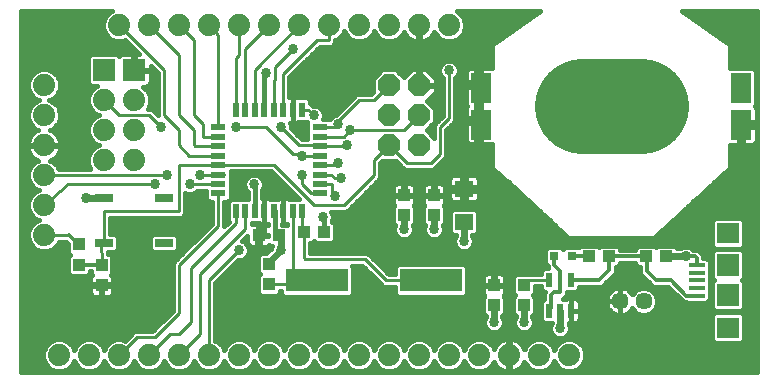
<source format=gtl>
G75*
%MOIN*%
%OFA0B0*%
%FSLAX24Y24*%
%IPPOS*%
%LPD*%
%AMOC8*
5,1,8,0,0,1.08239X$1,22.5*
%
%ADD10R,0.0220X0.0500*%
%ADD11R,0.0500X0.0220*%
%ADD12R,0.0700X0.1000*%
%ADD13C,0.3150*%
%ADD14R,0.0630X0.0551*%
%ADD15R,0.0394X0.0433*%
%ADD16R,0.0433X0.0394*%
%ADD17R,0.0600X0.0300*%
%ADD18C,0.0740*%
%ADD19R,0.2100X0.0760*%
%ADD20OC8,0.0740*%
%ADD21R,0.0740X0.0740*%
%ADD22R,0.0217X0.0472*%
%ADD23R,0.0315X0.0315*%
%ADD24R,0.0551X0.0138*%
%ADD25R,0.0748X0.0709*%
%ADD26R,0.0748X0.0748*%
%ADD27C,0.0570*%
%ADD28C,0.0160*%
%ADD29C,0.0337*%
%ADD30C,0.0240*%
%ADD31C,0.0100*%
%ADD32C,0.0416*%
%ADD33C,0.0320*%
%ADD34C,0.0120*%
D10*
X007498Y005710D03*
X007813Y005710D03*
X008128Y005710D03*
X008443Y005710D03*
X008757Y005710D03*
X009072Y005710D03*
X009387Y005710D03*
X009702Y005710D03*
X009702Y009090D03*
X009387Y009090D03*
X009072Y009090D03*
X008757Y009090D03*
X008443Y009090D03*
X008128Y009090D03*
X007813Y009090D03*
X007498Y009090D03*
D11*
X006910Y008502D03*
X006910Y008187D03*
X006910Y007872D03*
X006910Y007557D03*
X006910Y007243D03*
X006910Y006928D03*
X006910Y006613D03*
X006910Y006298D03*
X010290Y006298D03*
X010290Y006613D03*
X010290Y006928D03*
X010290Y007243D03*
X010290Y007557D03*
X010290Y007872D03*
X010290Y008187D03*
X010290Y008502D03*
D12*
X015669Y008590D03*
X015669Y009810D03*
X024331Y009810D03*
X024331Y008590D03*
D13*
X020984Y009200D02*
X019016Y009200D01*
D14*
X015100Y006451D03*
X015100Y005349D03*
D15*
X014100Y005565D03*
X013100Y005565D03*
X013100Y006235D03*
X014100Y006235D03*
X008600Y003935D03*
X008600Y003265D03*
X003020Y003245D03*
X003020Y003915D03*
X002260Y003925D03*
X002260Y004595D03*
X016100Y003235D03*
X017100Y003235D03*
X017100Y002565D03*
X016100Y002565D03*
D16*
X019265Y004200D03*
X019935Y004200D03*
X021165Y004200D03*
X021835Y004200D03*
X010435Y005000D03*
X009765Y005000D03*
X008935Y004900D03*
X008265Y004900D03*
D17*
X005100Y004650D03*
X003100Y004650D03*
X003100Y006150D03*
X005100Y006150D03*
D18*
X004100Y007400D03*
X003100Y007400D03*
X003100Y008400D03*
X004100Y008400D03*
X004100Y009400D03*
X003100Y009400D03*
X001100Y008900D03*
X001100Y009900D03*
X001100Y007900D03*
X001100Y006900D03*
X001100Y005900D03*
X001100Y004900D03*
X001600Y000900D03*
X002600Y000900D03*
X003600Y000900D03*
X004600Y000900D03*
X005600Y000900D03*
X006600Y000900D03*
X007600Y000900D03*
X008600Y000900D03*
X009600Y000900D03*
X010600Y000900D03*
X011600Y000900D03*
X012600Y000900D03*
X013600Y000900D03*
X014600Y000900D03*
X015600Y000900D03*
X016600Y000900D03*
X017600Y000900D03*
X018600Y000900D03*
X014600Y011900D03*
X013600Y011900D03*
X012600Y011900D03*
X011600Y011900D03*
X010600Y011900D03*
X009600Y011900D03*
X008600Y011900D03*
X007600Y011900D03*
X006600Y011900D03*
X005600Y011900D03*
X004600Y011900D03*
X003600Y011900D03*
D19*
X010200Y003400D03*
X014000Y003400D03*
D20*
X013600Y007900D03*
X012600Y007900D03*
X012600Y008900D03*
X013600Y008900D03*
X013600Y009900D03*
X012600Y009900D03*
D21*
X004100Y010400D03*
X003100Y010400D03*
D22*
X017926Y003412D03*
X018674Y003412D03*
X018674Y002388D03*
X018300Y002388D03*
X017926Y002388D03*
D23*
X018105Y004200D03*
X018695Y004200D03*
D24*
X022857Y003912D03*
X022857Y003656D03*
X022857Y003400D03*
X022857Y003144D03*
X022857Y002888D03*
D25*
X023900Y001825D03*
X023900Y004975D03*
D26*
X023900Y003900D03*
X023900Y002900D03*
D27*
X021094Y002700D03*
X020306Y002700D03*
D28*
X000330Y000330D02*
X000330Y012370D01*
X003350Y012370D01*
X003300Y012349D01*
X003151Y012200D01*
X003070Y012005D01*
X003070Y011795D01*
X003151Y011600D01*
X003300Y011451D01*
X003495Y011370D01*
X003705Y011370D01*
X003796Y011407D01*
X004253Y010950D01*
X004120Y010950D01*
X004120Y010420D01*
X004650Y010420D01*
X004650Y010553D01*
X004890Y010313D01*
X004890Y008907D01*
X004687Y009110D01*
X004554Y009110D01*
X004630Y009295D01*
X004630Y009505D01*
X004549Y009700D01*
X004400Y009849D01*
X004399Y009850D01*
X004494Y009850D01*
X004539Y009862D01*
X004581Y009886D01*
X004614Y009919D01*
X004638Y009961D01*
X004650Y010006D01*
X004650Y010380D01*
X004120Y010380D01*
X004120Y010420D01*
X004080Y010420D01*
X004080Y010950D01*
X003706Y010950D01*
X003661Y010938D01*
X003619Y010914D01*
X003586Y010881D01*
X003586Y010880D01*
X003536Y010930D01*
X002664Y010930D01*
X002570Y010836D01*
X002570Y009964D01*
X002664Y009870D01*
X002850Y009870D01*
X002800Y009849D01*
X002651Y009700D01*
X002570Y009505D01*
X002570Y009295D01*
X002651Y009100D01*
X002800Y008951D01*
X002922Y008900D01*
X002800Y008849D01*
X002651Y008700D01*
X002570Y008505D01*
X002570Y008295D01*
X002651Y008100D01*
X002800Y007951D01*
X002922Y007900D01*
X002800Y007849D01*
X002651Y007700D01*
X002570Y007505D01*
X002570Y007295D01*
X002646Y007110D01*
X001587Y007110D01*
X001549Y007200D01*
X001400Y007349D01*
X001306Y007389D01*
X001311Y007390D01*
X001388Y007430D01*
X001458Y007480D01*
X001520Y007542D01*
X001570Y007612D01*
X001610Y007689D01*
X001636Y007771D01*
X001650Y007857D01*
X001650Y007880D01*
X001120Y007880D01*
X001120Y007920D01*
X001650Y007920D01*
X001650Y007943D01*
X001636Y008029D01*
X001610Y008111D01*
X001570Y008188D01*
X001520Y008258D01*
X001458Y008320D01*
X001388Y008370D01*
X001311Y008410D01*
X001306Y008411D01*
X001400Y008451D01*
X001549Y008600D01*
X001630Y008795D01*
X001630Y009005D01*
X001549Y009200D01*
X001400Y009349D01*
X001278Y009400D01*
X001400Y009451D01*
X001549Y009600D01*
X001630Y009795D01*
X001630Y010005D01*
X001549Y010200D01*
X001400Y010349D01*
X001205Y010430D01*
X000995Y010430D01*
X000800Y010349D01*
X000651Y010200D01*
X000570Y010005D01*
X000570Y009795D01*
X000651Y009600D01*
X000800Y009451D01*
X000922Y009400D01*
X000800Y009349D01*
X000651Y009200D01*
X000570Y009005D01*
X000570Y008795D01*
X000651Y008600D01*
X000800Y008451D01*
X000894Y008411D01*
X000889Y008410D01*
X000812Y008370D01*
X000742Y008320D01*
X000680Y008258D01*
X000630Y008188D01*
X000590Y008111D01*
X000564Y008029D01*
X000550Y007943D01*
X000550Y007920D01*
X001080Y007920D01*
X001080Y007880D01*
X000550Y007880D01*
X000550Y007857D01*
X000564Y007771D01*
X000590Y007689D01*
X000630Y007612D01*
X000680Y007542D01*
X000742Y007480D01*
X000812Y007430D01*
X000889Y007390D01*
X000894Y007389D01*
X000800Y007349D01*
X000651Y007200D01*
X000570Y007005D01*
X000570Y006795D01*
X000651Y006600D01*
X000800Y006451D01*
X000922Y006400D01*
X000800Y006349D01*
X000651Y006200D01*
X000570Y006005D01*
X000570Y005795D01*
X000651Y005600D01*
X000800Y005451D01*
X000922Y005400D01*
X000800Y005349D01*
X000651Y005200D01*
X000570Y005005D01*
X000570Y004795D01*
X000651Y004600D01*
X000800Y004451D01*
X000995Y004370D01*
X001205Y004370D01*
X001400Y004451D01*
X001549Y004600D01*
X001587Y004690D01*
X001834Y004690D01*
X001903Y004620D01*
X001903Y004312D01*
X001955Y004260D01*
X001903Y004208D01*
X001903Y003643D01*
X001997Y003549D01*
X002523Y003549D01*
X002617Y003643D01*
X002617Y003705D01*
X002663Y003705D01*
X002663Y003632D01*
X002701Y003594D01*
X002679Y003572D01*
X002655Y003531D01*
X002643Y003486D01*
X002643Y003264D01*
X003002Y003264D01*
X003002Y003227D01*
X003038Y003227D01*
X003038Y002849D01*
X003241Y002849D01*
X003286Y002861D01*
X003327Y002885D01*
X003361Y002918D01*
X003385Y002959D01*
X003397Y003005D01*
X003397Y003227D01*
X003038Y003227D01*
X003038Y003264D01*
X003397Y003264D01*
X003397Y003486D01*
X003385Y003531D01*
X003361Y003572D01*
X003339Y003594D01*
X003377Y003632D01*
X003377Y004197D01*
X003283Y004291D01*
X003228Y004291D01*
X003228Y004340D01*
X003466Y004340D01*
X003560Y004434D01*
X003560Y004866D01*
X003466Y004960D01*
X003310Y004960D01*
X003310Y005490D01*
X005687Y005490D01*
X005810Y005613D01*
X005810Y006303D01*
X005885Y006272D01*
X006015Y006272D01*
X006136Y006322D01*
X006204Y006390D01*
X006500Y006390D01*
X006500Y006121D01*
X006594Y006028D01*
X006690Y006028D01*
X006690Y005287D01*
X005513Y004110D01*
X005390Y003987D01*
X005390Y002387D01*
X004713Y001710D01*
X004113Y001710D01*
X003796Y001393D01*
X003705Y001430D01*
X003495Y001430D01*
X003300Y001349D01*
X003151Y001200D01*
X003100Y001078D01*
X003049Y001200D01*
X002900Y001349D01*
X002705Y001430D01*
X002495Y001430D01*
X002300Y001349D01*
X002151Y001200D01*
X002100Y001078D01*
X002049Y001200D01*
X001900Y001349D01*
X001705Y001430D01*
X001495Y001430D01*
X001300Y001349D01*
X001151Y001200D01*
X001070Y001005D01*
X001070Y000795D01*
X001151Y000600D01*
X001300Y000451D01*
X001495Y000370D01*
X001705Y000370D01*
X001900Y000451D01*
X002049Y000600D01*
X002100Y000722D01*
X002151Y000600D01*
X002300Y000451D01*
X002495Y000370D01*
X002705Y000370D01*
X002900Y000451D01*
X003049Y000600D01*
X003100Y000722D01*
X003151Y000600D01*
X003300Y000451D01*
X003495Y000370D01*
X003705Y000370D01*
X003900Y000451D01*
X004049Y000600D01*
X004100Y000722D01*
X004151Y000600D01*
X004300Y000451D01*
X004495Y000370D01*
X004705Y000370D01*
X004900Y000451D01*
X005049Y000600D01*
X005100Y000722D01*
X005151Y000600D01*
X005300Y000451D01*
X005495Y000370D01*
X005705Y000370D01*
X005900Y000451D01*
X006049Y000600D01*
X006100Y000722D01*
X006151Y000600D01*
X006300Y000451D01*
X006495Y000370D01*
X006705Y000370D01*
X006900Y000451D01*
X007049Y000600D01*
X007100Y000722D01*
X007151Y000600D01*
X007300Y000451D01*
X007495Y000370D01*
X007705Y000370D01*
X007900Y000451D01*
X008049Y000600D01*
X008100Y000722D01*
X008151Y000600D01*
X008300Y000451D01*
X008495Y000370D01*
X008705Y000370D01*
X008900Y000451D01*
X009049Y000600D01*
X009100Y000722D01*
X009151Y000600D01*
X009300Y000451D01*
X009495Y000370D01*
X009705Y000370D01*
X009900Y000451D01*
X010049Y000600D01*
X010100Y000722D01*
X010151Y000600D01*
X010300Y000451D01*
X010495Y000370D01*
X010705Y000370D01*
X010900Y000451D01*
X011049Y000600D01*
X011100Y000722D01*
X011151Y000600D01*
X011300Y000451D01*
X011495Y000370D01*
X011705Y000370D01*
X011900Y000451D01*
X012049Y000600D01*
X012100Y000722D01*
X012151Y000600D01*
X012300Y000451D01*
X012495Y000370D01*
X012705Y000370D01*
X012900Y000451D01*
X013049Y000600D01*
X013100Y000722D01*
X013151Y000600D01*
X013300Y000451D01*
X013495Y000370D01*
X013705Y000370D01*
X013900Y000451D01*
X014049Y000600D01*
X014100Y000722D01*
X014151Y000600D01*
X014300Y000451D01*
X014495Y000370D01*
X014705Y000370D01*
X014900Y000451D01*
X015049Y000600D01*
X015100Y000722D01*
X015151Y000600D01*
X015300Y000451D01*
X015495Y000370D01*
X015705Y000370D01*
X015900Y000451D01*
X016049Y000600D01*
X016089Y000694D01*
X016090Y000689D01*
X016130Y000612D01*
X016180Y000542D01*
X016242Y000480D01*
X016312Y000430D01*
X016389Y000390D01*
X016471Y000364D01*
X016557Y000350D01*
X016580Y000350D01*
X016580Y000880D01*
X016620Y000880D01*
X016620Y000350D01*
X016643Y000350D01*
X016729Y000364D01*
X016811Y000390D01*
X016888Y000430D01*
X016958Y000480D01*
X017020Y000542D01*
X017070Y000612D01*
X017110Y000689D01*
X017111Y000694D01*
X017151Y000600D01*
X017300Y000451D01*
X017495Y000370D01*
X017705Y000370D01*
X017900Y000451D01*
X018049Y000600D01*
X018100Y000722D01*
X018151Y000600D01*
X018300Y000451D01*
X018495Y000370D01*
X018705Y000370D01*
X018900Y000451D01*
X019049Y000600D01*
X019130Y000795D01*
X019130Y001005D01*
X019049Y001200D01*
X018900Y001349D01*
X018705Y001430D01*
X018495Y001430D01*
X018300Y001349D01*
X018151Y001200D01*
X018100Y001078D01*
X018049Y001200D01*
X017900Y001349D01*
X017705Y001430D01*
X017495Y001430D01*
X017300Y001349D01*
X017151Y001200D01*
X017111Y001106D01*
X017110Y001111D01*
X017070Y001188D01*
X017020Y001258D01*
X016958Y001320D01*
X016888Y001370D01*
X016811Y001410D01*
X016729Y001436D01*
X016643Y001450D01*
X016620Y001450D01*
X016620Y000920D01*
X016580Y000920D01*
X016580Y001450D01*
X016557Y001450D01*
X016471Y001436D01*
X016389Y001410D01*
X016312Y001370D01*
X016242Y001320D01*
X016180Y001258D01*
X016130Y001188D01*
X016090Y001111D01*
X016089Y001106D01*
X016049Y001200D01*
X015900Y001349D01*
X015705Y001430D01*
X015495Y001430D01*
X015300Y001349D01*
X015151Y001200D01*
X015100Y001078D01*
X015049Y001200D01*
X014900Y001349D01*
X014705Y001430D01*
X014495Y001430D01*
X014300Y001349D01*
X014151Y001200D01*
X014100Y001078D01*
X014049Y001200D01*
X013900Y001349D01*
X013705Y001430D01*
X013495Y001430D01*
X013300Y001349D01*
X013151Y001200D01*
X013100Y001078D01*
X013049Y001200D01*
X012900Y001349D01*
X012705Y001430D01*
X012495Y001430D01*
X012300Y001349D01*
X012151Y001200D01*
X012100Y001078D01*
X012049Y001200D01*
X011900Y001349D01*
X011705Y001430D01*
X011495Y001430D01*
X011300Y001349D01*
X011151Y001200D01*
X011100Y001078D01*
X011049Y001200D01*
X010900Y001349D01*
X010705Y001430D01*
X010495Y001430D01*
X010300Y001349D01*
X010151Y001200D01*
X010100Y001078D01*
X010049Y001200D01*
X009900Y001349D01*
X009705Y001430D01*
X009495Y001430D01*
X009300Y001349D01*
X009151Y001200D01*
X009100Y001078D01*
X009049Y001200D01*
X008900Y001349D01*
X008705Y001430D01*
X008495Y001430D01*
X008300Y001349D01*
X008151Y001200D01*
X008100Y001078D01*
X008049Y001200D01*
X007900Y001349D01*
X007705Y001430D01*
X007495Y001430D01*
X007300Y001349D01*
X007151Y001200D01*
X007100Y001078D01*
X007049Y001200D01*
X006900Y001349D01*
X006810Y001387D01*
X006810Y003313D01*
X007569Y004072D01*
X007665Y004072D01*
X007786Y004122D01*
X007878Y004214D01*
X007928Y004335D01*
X007928Y004465D01*
X007878Y004586D01*
X007786Y004678D01*
X007708Y004711D01*
X007869Y004872D01*
X007869Y004679D01*
X007881Y004634D01*
X007905Y004593D01*
X007938Y004559D01*
X007979Y004535D01*
X008025Y004523D01*
X008247Y004523D01*
X008247Y004882D01*
X008284Y004882D01*
X008558Y004882D01*
X008558Y004918D01*
X008284Y004918D01*
X008284Y004882D01*
X008284Y004523D01*
X008506Y004523D01*
X008551Y004535D01*
X008592Y004559D01*
X008614Y004581D01*
X008652Y004543D01*
X008704Y004543D01*
X008673Y004469D01*
X008515Y004311D01*
X008337Y004311D01*
X008243Y004217D01*
X008243Y003652D01*
X007149Y003652D01*
X006991Y003494D02*
X008243Y003494D01*
X008243Y003548D02*
X008243Y002983D01*
X008337Y002889D01*
X008863Y002889D01*
X008957Y002983D01*
X008957Y003055D01*
X008990Y003055D01*
X008990Y002954D01*
X009084Y002860D01*
X011316Y002860D01*
X011410Y002954D01*
X011410Y003846D01*
X011366Y003890D01*
X011713Y003890D01*
X012290Y003313D01*
X012413Y003190D01*
X012790Y003190D01*
X012790Y002954D01*
X012884Y002860D01*
X015116Y002860D01*
X015210Y002954D01*
X015210Y003846D01*
X015116Y003940D01*
X012884Y003940D01*
X012790Y003846D01*
X012790Y003610D01*
X012587Y003610D01*
X011887Y004310D01*
X009975Y004310D01*
X009975Y004643D01*
X010048Y004643D01*
X010100Y004695D01*
X010152Y004643D01*
X010717Y004643D01*
X010811Y004737D01*
X010811Y005263D01*
X010717Y005357D01*
X010696Y005357D01*
X010728Y005435D01*
X010728Y005565D01*
X010678Y005686D01*
X010674Y005690D01*
X011187Y005690D01*
X012187Y006690D01*
X012310Y006813D01*
X012310Y007313D01*
X012374Y007377D01*
X012380Y007370D01*
X012820Y007370D01*
X012826Y007377D01*
X013113Y007090D01*
X014087Y007090D01*
X014210Y007213D01*
X014510Y007513D01*
X014510Y008413D01*
X014687Y008590D01*
X014810Y008713D01*
X014810Y010146D01*
X014878Y010214D01*
X014928Y010335D01*
X014928Y010465D01*
X014878Y010586D01*
X014786Y010678D01*
X014665Y010728D01*
X014535Y010728D01*
X014414Y010678D01*
X014322Y010586D01*
X014272Y010465D01*
X014272Y010335D01*
X014322Y010214D01*
X014390Y010146D01*
X014390Y008887D01*
X014213Y008710D01*
X014090Y008587D01*
X014090Y008160D01*
X013850Y008400D01*
X014130Y008680D01*
X014130Y009120D01*
X013864Y009386D01*
X014150Y009672D01*
X014150Y009880D01*
X013620Y009880D01*
X013620Y009920D01*
X013580Y009920D01*
X013580Y010450D01*
X013372Y010450D01*
X013086Y010164D01*
X012820Y010430D01*
X012380Y010430D01*
X012070Y010120D01*
X012070Y009680D01*
X012077Y009674D01*
X012013Y009610D01*
X011513Y009610D01*
X011390Y009487D01*
X011390Y009487D01*
X010829Y008926D01*
X010714Y008878D01*
X010622Y008786D01*
X010613Y008766D01*
X010606Y008772D01*
X010403Y008772D01*
X010428Y008835D01*
X010428Y008965D01*
X010378Y009086D01*
X010286Y009178D01*
X010165Y009228D01*
X010069Y009228D01*
X009997Y009300D01*
X009972Y009300D01*
X009972Y009406D01*
X009879Y009500D01*
X009580Y009500D01*
X009567Y009508D01*
X009521Y009520D01*
X009387Y009520D01*
X009282Y009520D01*
X009282Y010185D01*
X010287Y011190D01*
X010687Y011190D01*
X010810Y011313D01*
X010810Y011413D01*
X010900Y011451D01*
X011049Y011600D01*
X011100Y011722D01*
X011151Y011600D01*
X011300Y011451D01*
X011495Y011370D01*
X011705Y011370D01*
X011900Y011451D01*
X012049Y011600D01*
X012100Y011722D01*
X012151Y011600D01*
X012300Y011451D01*
X012495Y011370D01*
X012705Y011370D01*
X012900Y011451D01*
X013049Y011600D01*
X013089Y011694D01*
X013090Y011689D01*
X013130Y011612D01*
X013180Y011542D01*
X013242Y011480D01*
X013312Y011430D01*
X013389Y011390D01*
X013471Y011364D01*
X013557Y011350D01*
X013580Y011350D01*
X013580Y011880D01*
X013620Y011880D01*
X013620Y011350D01*
X013643Y011350D01*
X013729Y011364D01*
X013811Y011390D01*
X013888Y011430D01*
X013958Y011480D01*
X014020Y011542D01*
X014070Y011612D01*
X014110Y011689D01*
X014111Y011694D01*
X014151Y011600D01*
X014300Y011451D01*
X014495Y011370D01*
X014705Y011370D01*
X014900Y011451D01*
X015049Y011600D01*
X015130Y011795D01*
X015130Y012005D01*
X015049Y012200D01*
X014900Y012349D01*
X014850Y012370D01*
X017619Y012370D01*
X016075Y011280D01*
X016067Y011280D01*
X016048Y011261D01*
X016027Y011246D01*
X016025Y011239D01*
X016020Y011233D01*
X016020Y011207D01*
X016016Y011181D01*
X016020Y011175D01*
X016020Y010470D01*
X015253Y010470D01*
X015159Y010377D01*
X015159Y009244D01*
X015203Y009200D01*
X015159Y009156D01*
X015159Y008023D01*
X015253Y007930D01*
X016020Y007930D01*
X016020Y007230D01*
X016018Y007228D01*
X016020Y007198D01*
X016020Y007167D01*
X016022Y007165D01*
X016022Y007162D01*
X016045Y007142D01*
X016067Y007120D01*
X016070Y007120D01*
X016946Y006341D01*
X018544Y004843D01*
X018567Y004820D01*
X018568Y004820D01*
X018569Y004819D01*
X018601Y004820D01*
X021398Y004820D01*
X021430Y004819D01*
X021431Y004820D01*
X021433Y004820D01*
X021455Y004842D01*
X023931Y007120D01*
X023933Y007120D01*
X023955Y007142D01*
X023979Y007164D01*
X023979Y007165D01*
X023980Y007167D01*
X023980Y007198D01*
X023981Y007230D01*
X023980Y007231D01*
X023980Y007910D01*
X024251Y007910D01*
X024251Y008510D01*
X024411Y008510D01*
X024411Y008670D01*
X024861Y008670D01*
X024861Y009113D01*
X024848Y009159D01*
X024825Y009200D01*
X024811Y009214D01*
X024841Y009244D01*
X024841Y010377D01*
X024747Y010470D01*
X023980Y010470D01*
X023980Y011175D01*
X023984Y011181D01*
X023980Y011207D01*
X023980Y011233D01*
X023975Y011239D01*
X023973Y011246D01*
X023952Y011261D01*
X023933Y011280D01*
X023925Y011280D01*
X022381Y012370D01*
X024870Y012370D01*
X024870Y000330D01*
X000330Y000330D01*
X000330Y000482D02*
X001268Y000482D01*
X001134Y000641D02*
X000330Y000641D01*
X000330Y000799D02*
X001070Y000799D01*
X001070Y000958D02*
X000330Y000958D01*
X000330Y001116D02*
X001116Y001116D01*
X001225Y001275D02*
X000330Y001275D01*
X000330Y001433D02*
X003836Y001433D01*
X003995Y001592D02*
X000330Y001592D01*
X000330Y001750D02*
X004753Y001750D01*
X004912Y001909D02*
X000330Y001909D01*
X000330Y002067D02*
X005070Y002067D01*
X005229Y002226D02*
X000330Y002226D01*
X000330Y002384D02*
X005387Y002384D01*
X005390Y002543D02*
X000330Y002543D01*
X000330Y002701D02*
X005390Y002701D01*
X005390Y002860D02*
X003281Y002860D01*
X003397Y003018D02*
X005390Y003018D01*
X005390Y003177D02*
X003397Y003177D01*
X003038Y003177D02*
X003002Y003177D01*
X003002Y003227D02*
X003002Y002849D01*
X002799Y002849D01*
X002754Y002861D01*
X002713Y002885D01*
X002679Y002918D01*
X002655Y002959D01*
X002643Y003005D01*
X002643Y003227D01*
X003002Y003227D01*
X002643Y003177D02*
X000330Y003177D01*
X000330Y003018D02*
X002643Y003018D01*
X002759Y002860D02*
X000330Y002860D01*
X000330Y003335D02*
X002643Y003335D01*
X002645Y003494D02*
X000330Y003494D01*
X000330Y003652D02*
X001903Y003652D01*
X001903Y003811D02*
X000330Y003811D01*
X000330Y003969D02*
X001903Y003969D01*
X001903Y004128D02*
X000330Y004128D01*
X000330Y004286D02*
X001929Y004286D01*
X001903Y004445D02*
X001385Y004445D01*
X001551Y004603D02*
X001903Y004603D01*
X000815Y004445D02*
X000330Y004445D01*
X000330Y004603D02*
X000649Y004603D01*
X000584Y004762D02*
X000330Y004762D01*
X000330Y004920D02*
X000570Y004920D01*
X000600Y005079D02*
X000330Y005079D01*
X000330Y005237D02*
X000687Y005237D01*
X000911Y005396D02*
X000330Y005396D01*
X000330Y005554D02*
X000696Y005554D01*
X000604Y005713D02*
X000330Y005713D01*
X000330Y005871D02*
X000570Y005871D01*
X000580Y006030D02*
X000330Y006030D01*
X000330Y006188D02*
X000646Y006188D01*
X000797Y006347D02*
X000330Y006347D01*
X000330Y006505D02*
X000745Y006505D01*
X000624Y006664D02*
X000330Y006664D01*
X000330Y006822D02*
X000570Y006822D01*
X000570Y006981D02*
X000330Y006981D01*
X000330Y007139D02*
X000625Y007139D01*
X000748Y007298D02*
X000330Y007298D01*
X000330Y007456D02*
X000775Y007456D01*
X000628Y007615D02*
X000330Y007615D01*
X000330Y007773D02*
X000563Y007773D01*
X000550Y007932D02*
X000330Y007932D01*
X000330Y008090D02*
X000583Y008090D01*
X000673Y008249D02*
X000330Y008249D01*
X000330Y008407D02*
X000884Y008407D01*
X000685Y008566D02*
X000330Y008566D01*
X000330Y008724D02*
X000599Y008724D01*
X000570Y008883D02*
X000330Y008883D01*
X000330Y009041D02*
X000585Y009041D01*
X000650Y009200D02*
X000330Y009200D01*
X000330Y009358D02*
X000821Y009358D01*
X000734Y009517D02*
X000330Y009517D01*
X000330Y009675D02*
X000620Y009675D01*
X000570Y009834D02*
X000330Y009834D01*
X000330Y009992D02*
X000570Y009992D01*
X000630Y010151D02*
X000330Y010151D01*
X000330Y010309D02*
X000760Y010309D01*
X000330Y010468D02*
X002570Y010468D01*
X002570Y010309D02*
X001440Y010309D01*
X001570Y010151D02*
X002570Y010151D01*
X002570Y009992D02*
X001630Y009992D01*
X001630Y009834D02*
X002784Y009834D01*
X002640Y009675D02*
X001580Y009675D01*
X001466Y009517D02*
X002575Y009517D01*
X002570Y009358D02*
X001379Y009358D01*
X001550Y009200D02*
X002609Y009200D01*
X002709Y009041D02*
X001615Y009041D01*
X001630Y008883D02*
X002880Y008883D01*
X002675Y008724D02*
X001601Y008724D01*
X001515Y008566D02*
X002595Y008566D01*
X002570Y008407D02*
X001316Y008407D01*
X001527Y008249D02*
X002589Y008249D01*
X002660Y008090D02*
X001617Y008090D01*
X001650Y007932D02*
X002846Y007932D01*
X002724Y007773D02*
X001637Y007773D01*
X001572Y007615D02*
X002615Y007615D01*
X002570Y007456D02*
X001425Y007456D01*
X001452Y007298D02*
X002570Y007298D01*
X002634Y007139D02*
X001575Y007139D01*
X003310Y005396D02*
X006690Y005396D01*
X006690Y005554D02*
X005751Y005554D01*
X005810Y005713D02*
X006690Y005713D01*
X006690Y005871D02*
X005810Y005871D01*
X005810Y006030D02*
X006592Y006030D01*
X006500Y006188D02*
X005810Y006188D01*
X006161Y006347D02*
X006500Y006347D01*
X007110Y006028D02*
X007226Y006028D01*
X007320Y006121D01*
X007320Y006884D01*
X007331Y006959D01*
X007320Y006973D01*
X007320Y007033D01*
X008670Y007033D01*
X009583Y006120D01*
X009526Y006120D01*
X009265Y006120D01*
X009252Y006128D01*
X009206Y006140D01*
X009072Y006140D01*
X008939Y006140D01*
X008893Y006128D01*
X008880Y006120D01*
X008635Y006120D01*
X008622Y006128D01*
X008576Y006140D01*
X008443Y006140D01*
X008443Y005710D01*
X008443Y005710D01*
X008443Y005280D01*
X008560Y005280D01*
X008560Y005260D01*
X008551Y005265D01*
X008506Y005277D01*
X008284Y005277D01*
X008284Y004918D01*
X008247Y004918D01*
X008247Y005277D01*
X008025Y005277D01*
X008023Y005276D01*
X008023Y005300D01*
X008250Y005300D01*
X008263Y005292D01*
X008309Y005280D01*
X008443Y005280D01*
X008443Y005710D01*
X008443Y005710D01*
X008443Y004900D01*
X008265Y004900D01*
X008247Y004920D02*
X008284Y004920D01*
X008200Y004835D02*
X008200Y004400D01*
X008312Y004286D02*
X007908Y004286D01*
X007928Y004445D02*
X008649Y004445D01*
X008284Y004603D02*
X008247Y004603D01*
X008247Y004762D02*
X008284Y004762D01*
X007869Y004762D02*
X007759Y004762D01*
X007861Y004603D02*
X007899Y004603D01*
X007792Y004128D02*
X008243Y004128D01*
X008243Y003969D02*
X007466Y003969D01*
X007308Y003811D02*
X008243Y003811D01*
X008243Y003652D02*
X008295Y003600D01*
X008243Y003548D01*
X008243Y003335D02*
X006832Y003335D01*
X006810Y003177D02*
X008243Y003177D01*
X008243Y003018D02*
X006810Y003018D01*
X006810Y002860D02*
X015755Y002860D01*
X015743Y002848D02*
X015743Y002283D01*
X015820Y002206D01*
X015820Y002182D01*
X015772Y002065D01*
X015772Y001935D01*
X015822Y001814D01*
X015914Y001722D01*
X016035Y001672D01*
X016165Y001672D01*
X016286Y001722D01*
X016378Y001814D01*
X016428Y001935D01*
X016428Y002065D01*
X016380Y002182D01*
X016380Y002206D01*
X016457Y002283D01*
X016457Y002848D01*
X016419Y002886D01*
X016441Y002908D01*
X016465Y002949D01*
X016477Y002994D01*
X016477Y003216D01*
X016118Y003216D01*
X016118Y003253D01*
X016082Y003253D01*
X016082Y003631D01*
X015879Y003631D01*
X015834Y003619D01*
X015793Y003595D01*
X015759Y003562D01*
X015735Y003521D01*
X015723Y003475D01*
X015723Y003253D01*
X016082Y003253D01*
X016082Y003216D01*
X015723Y003216D01*
X015723Y002994D01*
X015735Y002949D01*
X015759Y002908D01*
X015781Y002886D01*
X015743Y002848D01*
X015743Y002701D02*
X006810Y002701D01*
X006810Y002543D02*
X015743Y002543D01*
X015743Y002384D02*
X006810Y002384D01*
X006810Y002226D02*
X015800Y002226D01*
X015772Y002067D02*
X006810Y002067D01*
X006810Y001909D02*
X015782Y001909D01*
X015886Y001750D02*
X006810Y001750D01*
X006810Y001592D02*
X018044Y001592D01*
X018022Y001614D02*
X018114Y001522D01*
X018235Y001472D01*
X018365Y001472D01*
X018486Y001522D01*
X018578Y001614D01*
X018628Y001735D01*
X018628Y001865D01*
X018584Y001972D01*
X018674Y001972D01*
X018674Y002388D01*
X018674Y002388D01*
X018674Y001972D01*
X018806Y001972D01*
X018852Y001984D01*
X018893Y002008D01*
X018926Y002041D01*
X018950Y002082D01*
X018962Y002128D01*
X018962Y002388D01*
X018674Y002388D01*
X018674Y002388D01*
X018962Y002388D01*
X018962Y002648D01*
X018950Y002694D01*
X018926Y002735D01*
X018893Y002768D01*
X018852Y002792D01*
X018806Y002804D01*
X018674Y002804D01*
X018542Y002804D01*
X018496Y002792D01*
X018478Y002781D01*
X018475Y002784D01*
X018395Y002784D01*
X018520Y002909D01*
X018520Y003016D01*
X018849Y003016D01*
X018942Y003109D01*
X018942Y003180D01*
X019691Y003180D01*
X019820Y003309D01*
X020155Y003644D01*
X020155Y003843D01*
X020217Y003843D01*
X020311Y003937D01*
X020311Y003980D01*
X020789Y003980D01*
X020789Y003937D01*
X020883Y003843D01*
X020980Y003843D01*
X020980Y003609D01*
X021109Y003480D01*
X021409Y003180D01*
X021909Y003180D01*
X022421Y002668D01*
X022506Y002668D01*
X022515Y002659D01*
X023199Y002659D01*
X023292Y002753D01*
X023292Y004047D01*
X023199Y004141D01*
X023077Y004141D01*
X023077Y004234D01*
X022891Y004420D01*
X022744Y004420D01*
X022686Y004478D01*
X022565Y004528D01*
X022435Y004528D01*
X022318Y004480D01*
X022194Y004480D01*
X022117Y004557D01*
X021552Y004557D01*
X021500Y004505D01*
X021448Y004557D01*
X020883Y004557D01*
X020789Y004463D01*
X020789Y004420D01*
X020311Y004420D01*
X020311Y004463D01*
X020217Y004557D01*
X019652Y004557D01*
X019600Y004505D01*
X019548Y004557D01*
X018983Y004557D01*
X018931Y004505D01*
X018919Y004517D01*
X018472Y004517D01*
X018400Y004446D01*
X018328Y004517D01*
X017881Y004517D01*
X017787Y004424D01*
X017787Y003976D01*
X017881Y003883D01*
X017885Y003883D01*
X017885Y003808D01*
X017751Y003808D01*
X017658Y003714D01*
X017658Y003622D01*
X017190Y003622D01*
X017180Y003611D01*
X016837Y003611D01*
X016743Y003517D01*
X016743Y002952D01*
X016795Y002900D01*
X016743Y002848D01*
X016743Y002283D01*
X016820Y002206D01*
X016820Y002182D01*
X016772Y002065D01*
X016772Y001935D01*
X016822Y001814D01*
X016914Y001722D01*
X017035Y001672D01*
X017165Y001672D01*
X017286Y001722D01*
X017378Y001814D01*
X017428Y001935D01*
X017428Y002065D01*
X017380Y002182D01*
X017380Y002206D01*
X017457Y002283D01*
X017457Y002848D01*
X017405Y002900D01*
X017457Y002952D01*
X017457Y003202D01*
X017658Y003202D01*
X017658Y003109D01*
X017751Y003016D01*
X017805Y003016D01*
X017780Y002991D01*
X017780Y002784D01*
X017751Y002784D01*
X017658Y002691D01*
X017658Y002086D01*
X017751Y001992D01*
X018020Y001992D01*
X018020Y001982D01*
X017972Y001865D01*
X017972Y001735D01*
X018022Y001614D01*
X017972Y001750D02*
X017314Y001750D01*
X017418Y001909D02*
X017989Y001909D01*
X017676Y002067D02*
X017428Y002067D01*
X017400Y002226D02*
X017658Y002226D01*
X017658Y002384D02*
X017457Y002384D01*
X017457Y002543D02*
X017658Y002543D01*
X017668Y002701D02*
X017457Y002701D01*
X017445Y002860D02*
X017780Y002860D01*
X017749Y003018D02*
X017457Y003018D01*
X017457Y003177D02*
X017658Y003177D01*
X018471Y002860D02*
X019869Y002860D01*
X019875Y002878D02*
X019853Y002809D01*
X019841Y002737D01*
X019841Y002700D01*
X019841Y002663D01*
X019853Y002591D01*
X019875Y002522D01*
X019909Y002456D01*
X019952Y002397D01*
X020003Y002345D01*
X020063Y002302D01*
X020128Y002269D01*
X020197Y002246D01*
X020270Y002235D01*
X020306Y002235D01*
X020306Y002700D01*
X019841Y002700D01*
X020306Y002700D01*
X020306Y002700D01*
X020306Y003165D01*
X020270Y003165D01*
X020197Y003154D01*
X020128Y003131D01*
X020063Y003098D01*
X020003Y003055D01*
X019952Y003003D01*
X019909Y002944D01*
X019875Y002878D01*
X019967Y003018D02*
X018851Y003018D01*
X018942Y003177D02*
X021912Y003177D01*
X022071Y003018D02*
X021405Y003018D01*
X021346Y003077D02*
X021182Y003145D01*
X021005Y003145D01*
X020842Y003077D01*
X020716Y002952D01*
X020709Y002934D01*
X020704Y002944D01*
X020661Y003003D01*
X020609Y003055D01*
X020550Y003098D01*
X020485Y003131D01*
X020415Y003154D01*
X020343Y003165D01*
X020306Y003165D01*
X020306Y002700D01*
X020306Y002700D01*
X020306Y002700D01*
X020306Y002235D01*
X020343Y002235D01*
X020415Y002246D01*
X020485Y002269D01*
X020550Y002302D01*
X020609Y002345D01*
X020661Y002397D01*
X020704Y002456D01*
X020709Y002466D01*
X020716Y002448D01*
X020842Y002323D01*
X021005Y002255D01*
X021182Y002255D01*
X021346Y002323D01*
X021471Y002448D01*
X021539Y002611D01*
X021539Y002789D01*
X021471Y002952D01*
X021346Y003077D01*
X021509Y002860D02*
X022229Y002860D01*
X022388Y002701D02*
X021539Y002701D01*
X021510Y002543D02*
X023366Y002543D01*
X023366Y002460D02*
X023460Y002366D01*
X024340Y002366D01*
X024434Y002460D01*
X024434Y003340D01*
X024374Y003400D01*
X024434Y003460D01*
X024434Y004340D01*
X024340Y004434D01*
X023460Y004434D01*
X023366Y004340D01*
X023366Y003460D01*
X023426Y003400D01*
X023366Y003340D01*
X023366Y002460D01*
X023442Y002384D02*
X021407Y002384D01*
X020780Y002384D02*
X020648Y002384D01*
X020306Y002384D02*
X020306Y002384D01*
X019965Y002384D02*
X018962Y002384D01*
X018962Y002226D02*
X023366Y002226D01*
X023366Y002246D02*
X023366Y001405D01*
X023460Y001311D01*
X024340Y001311D01*
X024434Y001405D01*
X024434Y002246D01*
X024340Y002340D01*
X023460Y002340D01*
X023366Y002246D01*
X023366Y002067D02*
X018941Y002067D01*
X018674Y002067D02*
X018674Y002067D01*
X018674Y002226D02*
X018674Y002226D01*
X018674Y002384D02*
X018674Y002384D01*
X018674Y002388D02*
X018674Y002804D01*
X018674Y002388D01*
X018674Y002388D01*
X018674Y002543D02*
X018674Y002543D01*
X018674Y002701D02*
X018674Y002701D01*
X018946Y002701D02*
X019841Y002701D01*
X019869Y002543D02*
X018962Y002543D01*
X018611Y001909D02*
X023366Y001909D01*
X023366Y001750D02*
X018628Y001750D01*
X018556Y001592D02*
X023366Y001592D01*
X023366Y001433D02*
X016739Y001433D01*
X016620Y001433D02*
X016580Y001433D01*
X016461Y001433D02*
X006810Y001433D01*
X006975Y001275D02*
X007225Y001275D01*
X007116Y001116D02*
X007084Y001116D01*
X007975Y001275D02*
X008225Y001275D01*
X008116Y001116D02*
X008084Y001116D01*
X008975Y001275D02*
X009225Y001275D01*
X009116Y001116D02*
X009084Y001116D01*
X009975Y001275D02*
X010225Y001275D01*
X010116Y001116D02*
X010084Y001116D01*
X010975Y001275D02*
X011225Y001275D01*
X011116Y001116D02*
X011084Y001116D01*
X011066Y000641D02*
X011134Y000641D01*
X011268Y000482D02*
X010932Y000482D01*
X010268Y000482D02*
X009932Y000482D01*
X010066Y000641D02*
X010134Y000641D01*
X009268Y000482D02*
X008932Y000482D01*
X009066Y000641D02*
X009134Y000641D01*
X008268Y000482D02*
X007932Y000482D01*
X008066Y000641D02*
X008134Y000641D01*
X007268Y000482D02*
X006932Y000482D01*
X007066Y000641D02*
X007134Y000641D01*
X006268Y000482D02*
X005932Y000482D01*
X006066Y000641D02*
X006134Y000641D01*
X005268Y000482D02*
X004932Y000482D01*
X005066Y000641D02*
X005134Y000641D01*
X004268Y000482D02*
X003932Y000482D01*
X004066Y000641D02*
X004134Y000641D01*
X003268Y000482D02*
X002932Y000482D01*
X003066Y000641D02*
X003134Y000641D01*
X002268Y000482D02*
X001932Y000482D01*
X002066Y000641D02*
X002134Y000641D01*
X002116Y001116D02*
X002084Y001116D01*
X001975Y001275D02*
X002225Y001275D01*
X002975Y001275D02*
X003225Y001275D01*
X003116Y001116D02*
X003084Y001116D01*
X003038Y002860D02*
X003002Y002860D01*
X003002Y003018D02*
X003038Y003018D01*
X003397Y003335D02*
X005390Y003335D01*
X005390Y003494D02*
X003395Y003494D01*
X003377Y003652D02*
X005390Y003652D01*
X005390Y003811D02*
X003377Y003811D01*
X003377Y003969D02*
X005390Y003969D01*
X005531Y004128D02*
X003377Y004128D01*
X003288Y004286D02*
X005689Y004286D01*
X005560Y004434D02*
X005560Y004866D01*
X005466Y004960D01*
X004734Y004960D01*
X004640Y004866D01*
X004640Y004434D01*
X004734Y004340D01*
X005466Y004340D01*
X005560Y004434D01*
X005560Y004445D02*
X005848Y004445D01*
X006006Y004603D02*
X005560Y004603D01*
X005560Y004762D02*
X006165Y004762D01*
X006323Y004920D02*
X005506Y004920D01*
X004694Y004920D02*
X003506Y004920D01*
X003310Y005079D02*
X006482Y005079D01*
X006640Y005237D02*
X003310Y005237D01*
X003560Y004762D02*
X004640Y004762D01*
X004640Y004603D02*
X003560Y004603D01*
X003560Y004445D02*
X004640Y004445D01*
X002663Y003652D02*
X002617Y003652D01*
X007110Y005207D02*
X007110Y006028D01*
X007228Y006026D02*
X007228Y005394D01*
X007262Y005359D01*
X007110Y005207D01*
X007110Y005237D02*
X007140Y005237D01*
X007110Y005396D02*
X007228Y005396D01*
X007228Y005554D02*
X007110Y005554D01*
X007110Y005713D02*
X007228Y005713D01*
X007228Y005871D02*
X007110Y005871D01*
X007228Y006026D02*
X007321Y006120D01*
X007888Y006120D01*
X007888Y006348D01*
X007822Y006414D01*
X007772Y006535D01*
X007772Y006665D01*
X007822Y006786D01*
X007914Y006878D01*
X008035Y006928D01*
X008165Y006928D01*
X008286Y006878D01*
X008378Y006786D01*
X008428Y006665D01*
X008428Y006535D01*
X008378Y006414D01*
X008368Y006403D01*
X008368Y006140D01*
X008443Y006140D01*
X008443Y005710D01*
X008443Y005713D02*
X008443Y005713D01*
X008443Y005871D02*
X008443Y005871D01*
X008443Y006030D02*
X008443Y006030D01*
X008368Y006188D02*
X009515Y006188D01*
X009356Y006347D02*
X008368Y006347D01*
X008416Y006505D02*
X009198Y006505D01*
X009072Y006272D02*
X009072Y005710D01*
X009072Y005710D01*
X009072Y005280D01*
X009040Y005280D01*
X009040Y005257D01*
X009190Y005257D01*
X009190Y005280D01*
X009072Y005280D01*
X009072Y005710D01*
X009072Y006140D01*
X009072Y005710D01*
X009072Y005710D01*
X009072Y005713D02*
X009072Y005713D01*
X009072Y005871D02*
X009072Y005871D01*
X009072Y006030D02*
X009072Y006030D01*
X008800Y005710D02*
X008800Y005000D01*
X008935Y005000D01*
X008935Y004900D01*
X008284Y005079D02*
X008247Y005079D01*
X008247Y005237D02*
X008284Y005237D01*
X008443Y005396D02*
X008443Y005396D01*
X008443Y005554D02*
X008443Y005554D01*
X008128Y005710D02*
X008128Y006572D01*
X008100Y006600D01*
X008428Y006664D02*
X009039Y006664D01*
X008881Y006822D02*
X008342Y006822D01*
X008722Y006981D02*
X007320Y006981D01*
X007320Y006822D02*
X007858Y006822D01*
X007772Y006664D02*
X007320Y006664D01*
X007320Y006505D02*
X007784Y006505D01*
X007888Y006347D02*
X007320Y006347D01*
X007320Y006188D02*
X007888Y006188D01*
X007231Y006030D02*
X007228Y006030D01*
X009072Y005554D02*
X009072Y005554D01*
X009072Y005396D02*
X009072Y005396D01*
X009387Y005710D02*
X009400Y005710D01*
X010400Y005500D02*
X010435Y005465D01*
X010435Y005000D01*
X010811Y005079D02*
X012772Y005079D01*
X012772Y005035D02*
X012772Y005165D01*
X012798Y005228D01*
X012743Y005283D01*
X012743Y005848D01*
X012781Y005886D01*
X012759Y005908D01*
X012735Y005949D01*
X012723Y005994D01*
X012723Y006216D01*
X013082Y006216D01*
X013082Y006253D01*
X013082Y006631D01*
X012879Y006631D01*
X012834Y006619D01*
X012793Y006595D01*
X012759Y006562D01*
X012735Y006521D01*
X012723Y006475D01*
X012723Y006253D01*
X013082Y006253D01*
X013118Y006253D01*
X013118Y006631D01*
X013321Y006631D01*
X013366Y006619D01*
X013407Y006595D01*
X013441Y006562D01*
X013465Y006521D01*
X013477Y006475D01*
X013477Y006253D01*
X013118Y006253D01*
X013118Y006216D01*
X013477Y006216D01*
X013477Y005994D01*
X013465Y005949D01*
X013441Y005908D01*
X013419Y005886D01*
X013457Y005848D01*
X013457Y005283D01*
X013402Y005228D01*
X013428Y005165D01*
X013428Y005035D01*
X013378Y004914D01*
X013286Y004822D01*
X013165Y004772D01*
X013035Y004772D01*
X012914Y004822D01*
X012822Y004914D01*
X012772Y005035D01*
X012819Y004920D02*
X010811Y004920D01*
X010811Y004762D02*
X014772Y004762D01*
X014772Y004765D02*
X014772Y004635D01*
X014822Y004514D01*
X014914Y004422D01*
X015035Y004372D01*
X015165Y004372D01*
X015286Y004422D01*
X015378Y004514D01*
X015428Y004635D01*
X015428Y004765D01*
X015380Y004882D01*
X015380Y004913D01*
X015481Y004913D01*
X015575Y005007D01*
X015575Y005691D01*
X015481Y005784D01*
X014719Y005784D01*
X014625Y005691D01*
X014625Y005007D01*
X014719Y004913D01*
X014820Y004913D01*
X014820Y004882D01*
X014772Y004765D01*
X014785Y004603D02*
X009975Y004603D01*
X009975Y004445D02*
X014891Y004445D01*
X015309Y004445D02*
X017808Y004445D01*
X017787Y004286D02*
X011911Y004286D01*
X012069Y004128D02*
X017787Y004128D01*
X017794Y003969D02*
X012228Y003969D01*
X012386Y003811D02*
X012790Y003811D01*
X012790Y003652D02*
X012545Y003652D01*
X012109Y003494D02*
X011410Y003494D01*
X011410Y003652D02*
X011951Y003652D01*
X011792Y003811D02*
X011410Y003811D01*
X011410Y003335D02*
X012268Y003335D01*
X012790Y003177D02*
X011410Y003177D01*
X011410Y003018D02*
X012790Y003018D01*
X014000Y003400D02*
X014000Y003565D01*
X015210Y003494D02*
X015728Y003494D01*
X015723Y003335D02*
X015210Y003335D01*
X015210Y003177D02*
X015723Y003177D01*
X015723Y003018D02*
X015210Y003018D01*
X016082Y003335D02*
X016118Y003335D01*
X016118Y003253D02*
X016118Y003631D01*
X016321Y003631D01*
X016366Y003619D01*
X016407Y003595D01*
X016441Y003562D01*
X016465Y003521D01*
X016477Y003475D01*
X016477Y003253D01*
X016118Y003253D01*
X016118Y003494D02*
X016082Y003494D01*
X016472Y003494D02*
X016743Y003494D01*
X016743Y003335D02*
X016477Y003335D01*
X016477Y003177D02*
X016743Y003177D01*
X016743Y003018D02*
X016477Y003018D01*
X016445Y002860D02*
X016755Y002860D01*
X016743Y002701D02*
X016457Y002701D01*
X016457Y002543D02*
X016743Y002543D01*
X016743Y002384D02*
X016457Y002384D01*
X016400Y002226D02*
X016800Y002226D01*
X016772Y002067D02*
X016428Y002067D01*
X016418Y001909D02*
X016782Y001909D01*
X016886Y001750D02*
X016314Y001750D01*
X016197Y001275D02*
X015975Y001275D01*
X016084Y001116D02*
X016093Y001116D01*
X016580Y001116D02*
X016620Y001116D01*
X016620Y000958D02*
X016580Y000958D01*
X016580Y000799D02*
X016620Y000799D01*
X016620Y000641D02*
X016580Y000641D01*
X016580Y000482D02*
X016620Y000482D01*
X016240Y000482D02*
X015932Y000482D01*
X016066Y000641D02*
X016115Y000641D01*
X015268Y000482D02*
X014932Y000482D01*
X015066Y000641D02*
X015134Y000641D01*
X015116Y001116D02*
X015084Y001116D01*
X014975Y001275D02*
X015225Y001275D01*
X014225Y001275D02*
X013975Y001275D01*
X014084Y001116D02*
X014116Y001116D01*
X014134Y000641D02*
X014066Y000641D01*
X013932Y000482D02*
X014268Y000482D01*
X013268Y000482D02*
X012932Y000482D01*
X013066Y000641D02*
X013134Y000641D01*
X013116Y001116D02*
X013084Y001116D01*
X012975Y001275D02*
X013225Y001275D01*
X012225Y001275D02*
X011975Y001275D01*
X012084Y001116D02*
X012116Y001116D01*
X012134Y000641D02*
X012066Y000641D01*
X011932Y000482D02*
X012268Y000482D01*
X016580Y001275D02*
X016620Y001275D01*
X017003Y001275D02*
X017225Y001275D01*
X017116Y001116D02*
X017107Y001116D01*
X017085Y000641D02*
X017134Y000641D01*
X017268Y000482D02*
X016960Y000482D01*
X017932Y000482D02*
X018268Y000482D01*
X018134Y000641D02*
X018066Y000641D01*
X018084Y001116D02*
X018116Y001116D01*
X018225Y001275D02*
X017975Y001275D01*
X018975Y001275D02*
X024870Y001275D01*
X024870Y001433D02*
X024434Y001433D01*
X024434Y001592D02*
X024870Y001592D01*
X024870Y001750D02*
X024434Y001750D01*
X024434Y001909D02*
X024870Y001909D01*
X024870Y002067D02*
X024434Y002067D01*
X024434Y002226D02*
X024870Y002226D01*
X024870Y002384D02*
X024358Y002384D01*
X024434Y002543D02*
X024870Y002543D01*
X024870Y002701D02*
X024434Y002701D01*
X024434Y002860D02*
X024870Y002860D01*
X024870Y003018D02*
X024434Y003018D01*
X024434Y003177D02*
X024870Y003177D01*
X024870Y003335D02*
X024434Y003335D01*
X024434Y003494D02*
X024870Y003494D01*
X024870Y003652D02*
X024434Y003652D01*
X024434Y003811D02*
X024870Y003811D01*
X024870Y003969D02*
X024434Y003969D01*
X024434Y004128D02*
X024870Y004128D01*
X024870Y004286D02*
X024434Y004286D01*
X024340Y004460D02*
X024434Y004554D01*
X024434Y005395D01*
X024340Y005489D01*
X023460Y005489D01*
X023366Y005395D01*
X023366Y004554D01*
X023460Y004460D01*
X024340Y004460D01*
X024434Y004603D02*
X024870Y004603D01*
X024870Y004445D02*
X022720Y004445D01*
X023025Y004286D02*
X023366Y004286D01*
X023366Y004128D02*
X023212Y004128D01*
X023292Y003969D02*
X023366Y003969D01*
X023366Y003811D02*
X023292Y003811D01*
X023292Y003652D02*
X023366Y003652D01*
X023366Y003494D02*
X023292Y003494D01*
X023292Y003335D02*
X023366Y003335D01*
X023366Y003177D02*
X023292Y003177D01*
X023292Y003018D02*
X023366Y003018D01*
X023366Y002860D02*
X023292Y002860D01*
X023240Y002701D02*
X023366Y002701D01*
X021254Y003335D02*
X019846Y003335D01*
X020005Y003494D02*
X021095Y003494D01*
X020980Y003652D02*
X020155Y003652D01*
X020155Y003811D02*
X020980Y003811D01*
X020789Y003969D02*
X020311Y003969D01*
X020311Y004445D02*
X020789Y004445D01*
X021540Y004920D02*
X023366Y004920D01*
X023366Y005079D02*
X021712Y005079D01*
X021884Y005237D02*
X023366Y005237D01*
X023366Y005396D02*
X022057Y005396D01*
X022229Y005554D02*
X024870Y005554D01*
X024870Y005396D02*
X024434Y005396D01*
X024434Y005237D02*
X024870Y005237D01*
X024870Y005079D02*
X024434Y005079D01*
X024434Y004920D02*
X024870Y004920D01*
X024870Y004762D02*
X024434Y004762D01*
X023366Y004762D02*
X015428Y004762D01*
X015415Y004603D02*
X023366Y004603D01*
X022401Y005713D02*
X024870Y005713D01*
X024870Y005871D02*
X022574Y005871D01*
X022746Y006030D02*
X024870Y006030D01*
X024870Y006188D02*
X022918Y006188D01*
X023090Y006347D02*
X024870Y006347D01*
X024870Y006505D02*
X023263Y006505D01*
X023435Y006664D02*
X024870Y006664D01*
X024870Y006822D02*
X023607Y006822D01*
X023780Y006981D02*
X024870Y006981D01*
X024870Y007139D02*
X023952Y007139D01*
X023980Y007298D02*
X024870Y007298D01*
X024870Y007456D02*
X023980Y007456D01*
X023980Y007615D02*
X024870Y007615D01*
X024870Y007773D02*
X023980Y007773D01*
X024251Y007932D02*
X024411Y007932D01*
X024411Y007910D02*
X024704Y007910D01*
X024750Y007922D01*
X024791Y007946D01*
X024825Y007979D01*
X024848Y008020D01*
X024861Y008066D01*
X024861Y008510D01*
X024411Y008510D01*
X024411Y007910D01*
X024411Y008090D02*
X024251Y008090D01*
X024251Y008249D02*
X024411Y008249D01*
X024411Y008407D02*
X024251Y008407D01*
X024411Y008566D02*
X024870Y008566D01*
X024861Y008724D02*
X024870Y008724D01*
X024861Y008883D02*
X024870Y008883D01*
X024861Y009041D02*
X024870Y009041D01*
X024870Y009200D02*
X024825Y009200D01*
X024841Y009358D02*
X024870Y009358D01*
X024870Y009517D02*
X024841Y009517D01*
X024841Y009675D02*
X024870Y009675D01*
X024870Y009834D02*
X024841Y009834D01*
X024841Y009992D02*
X024870Y009992D01*
X024870Y010151D02*
X024841Y010151D01*
X024841Y010309D02*
X024870Y010309D01*
X024870Y010468D02*
X024750Y010468D01*
X024870Y010626D02*
X023980Y010626D01*
X023980Y010785D02*
X024870Y010785D01*
X024870Y010943D02*
X023980Y010943D01*
X023980Y011102D02*
X024870Y011102D01*
X024870Y011260D02*
X023954Y011260D01*
X023729Y011419D02*
X024870Y011419D01*
X024870Y011577D02*
X023505Y011577D01*
X023280Y011736D02*
X024870Y011736D01*
X024870Y011894D02*
X023055Y011894D01*
X022831Y012053D02*
X024870Y012053D01*
X024870Y012211D02*
X022606Y012211D01*
X022382Y012370D02*
X024870Y012370D01*
X017618Y012370D02*
X014851Y012370D01*
X015038Y012211D02*
X017394Y012211D01*
X017169Y012053D02*
X015110Y012053D01*
X015130Y011894D02*
X016945Y011894D01*
X016720Y011736D02*
X015106Y011736D01*
X015027Y011577D02*
X016495Y011577D01*
X016271Y011419D02*
X014823Y011419D01*
X014377Y011419D02*
X013867Y011419D01*
X014045Y011577D02*
X014173Y011577D01*
X013620Y011577D02*
X013580Y011577D01*
X013580Y011419D02*
X013620Y011419D01*
X013333Y011419D02*
X012823Y011419D01*
X013027Y011577D02*
X013155Y011577D01*
X013580Y011736D02*
X013620Y011736D01*
X012377Y011419D02*
X011823Y011419D01*
X012027Y011577D02*
X012173Y011577D01*
X011377Y011419D02*
X010823Y011419D01*
X011027Y011577D02*
X011173Y011577D01*
X010757Y011260D02*
X016046Y011260D01*
X016020Y011102D02*
X010199Y011102D01*
X010040Y010943D02*
X016020Y010943D01*
X016020Y010785D02*
X009882Y010785D01*
X009723Y010626D02*
X014362Y010626D01*
X014272Y010468D02*
X009565Y010468D01*
X009406Y010309D02*
X012260Y010309D01*
X012101Y010151D02*
X009282Y010151D01*
X009282Y009992D02*
X012070Y009992D01*
X012070Y009834D02*
X009282Y009834D01*
X009282Y009675D02*
X012075Y009675D01*
X011420Y009517D02*
X009534Y009517D01*
X009387Y009517D02*
X009387Y009517D01*
X009387Y009520D02*
X009387Y009090D01*
X009387Y009090D01*
X009387Y008660D01*
X009289Y008660D01*
X009328Y008565D01*
X009328Y008469D01*
X009687Y008110D01*
X009880Y008110D01*
X009880Y008326D01*
X009880Y008656D01*
X009856Y008680D01*
X009580Y008680D01*
X009567Y008672D01*
X009521Y008660D01*
X009387Y008660D01*
X009387Y009090D01*
X009387Y009090D01*
X009387Y009520D01*
X009387Y009358D02*
X009387Y009358D01*
X009387Y009200D02*
X009387Y009200D01*
X009387Y009041D02*
X009387Y009041D01*
X009387Y008883D02*
X009387Y008883D01*
X009387Y008724D02*
X009387Y008724D01*
X009328Y008566D02*
X009880Y008566D01*
X009880Y008407D02*
X009390Y008407D01*
X009548Y008249D02*
X009880Y008249D01*
X010428Y008883D02*
X010724Y008883D01*
X010944Y009041D02*
X010397Y009041D01*
X010235Y009200D02*
X011103Y009200D01*
X011261Y009358D02*
X009972Y009358D01*
X008443Y009090D02*
X008443Y010143D01*
X008500Y010300D01*
X004890Y010309D02*
X004650Y010309D01*
X004650Y010151D02*
X004890Y010151D01*
X004890Y009992D02*
X004646Y009992D01*
X004416Y009834D02*
X004890Y009834D01*
X004890Y009675D02*
X004560Y009675D01*
X004625Y009517D02*
X004890Y009517D01*
X004890Y009358D02*
X004630Y009358D01*
X004591Y009200D02*
X004890Y009200D01*
X004890Y009041D02*
X004756Y009041D01*
X004735Y010468D02*
X004650Y010468D01*
X004120Y010468D02*
X004080Y010468D01*
X004080Y010626D02*
X004120Y010626D01*
X004120Y010785D02*
X004080Y010785D01*
X004080Y010943D02*
X004120Y010943D01*
X004101Y011102D02*
X000330Y011102D01*
X000330Y011260D02*
X003943Y011260D01*
X003680Y010943D02*
X000330Y010943D01*
X000330Y010785D02*
X002570Y010785D01*
X002570Y010626D02*
X000330Y010626D01*
X000330Y011419D02*
X003377Y011419D01*
X003173Y011577D02*
X000330Y011577D01*
X000330Y011736D02*
X003094Y011736D01*
X003070Y011894D02*
X000330Y011894D01*
X000330Y012053D02*
X003090Y012053D01*
X003162Y012211D02*
X000330Y012211D01*
X000330Y012370D02*
X003349Y012370D01*
X012940Y010309D02*
X013231Y010309D01*
X013580Y010309D02*
X013620Y010309D01*
X013620Y010450D02*
X013620Y009920D01*
X014150Y009920D01*
X014150Y010128D01*
X013828Y010450D01*
X013620Y010450D01*
X013969Y010309D02*
X014282Y010309D01*
X014385Y010151D02*
X014127Y010151D01*
X014150Y009992D02*
X014390Y009992D01*
X014390Y009834D02*
X014150Y009834D01*
X014150Y009675D02*
X014390Y009675D01*
X014390Y009517D02*
X013994Y009517D01*
X013891Y009358D02*
X014390Y009358D01*
X014390Y009200D02*
X014050Y009200D01*
X014130Y009041D02*
X014390Y009041D01*
X014810Y009041D02*
X015159Y009041D01*
X015203Y009200D02*
X014810Y009200D01*
X014810Y009358D02*
X015159Y009358D01*
X015159Y009517D02*
X014810Y009517D01*
X014810Y009675D02*
X015159Y009675D01*
X015159Y009834D02*
X014810Y009834D01*
X014810Y009992D02*
X015159Y009992D01*
X015159Y010151D02*
X014815Y010151D01*
X014918Y010309D02*
X015159Y010309D01*
X015250Y010468D02*
X014928Y010468D01*
X014838Y010626D02*
X016020Y010626D01*
X013620Y010151D02*
X013580Y010151D01*
X013580Y009992D02*
X013620Y009992D01*
X014130Y008883D02*
X014386Y008883D01*
X014227Y008724D02*
X014130Y008724D01*
X014090Y008566D02*
X014015Y008566D01*
X014090Y008407D02*
X013857Y008407D01*
X014001Y008249D02*
X014090Y008249D01*
X014510Y008249D02*
X015159Y008249D01*
X015159Y008407D02*
X014510Y008407D01*
X014663Y008566D02*
X015159Y008566D01*
X015159Y008724D02*
X014810Y008724D01*
X014810Y008883D02*
X015159Y008883D01*
X015159Y008090D02*
X014510Y008090D01*
X014510Y007932D02*
X015251Y007932D01*
X014510Y007773D02*
X016020Y007773D01*
X016020Y007615D02*
X014510Y007615D01*
X014453Y007456D02*
X016020Y007456D01*
X016020Y007298D02*
X014295Y007298D01*
X014136Y007139D02*
X016048Y007139D01*
X016226Y006981D02*
X012310Y006981D01*
X012310Y007139D02*
X013064Y007139D01*
X012905Y007298D02*
X012310Y007298D01*
X012310Y006822D02*
X014632Y006822D01*
X014641Y006837D02*
X014617Y006796D01*
X014605Y006750D01*
X014605Y006509D01*
X015042Y006509D01*
X015042Y006393D01*
X015158Y006393D01*
X015158Y005996D01*
X015439Y005996D01*
X015484Y006008D01*
X015525Y006032D01*
X015559Y006065D01*
X015583Y006106D01*
X015595Y006152D01*
X015595Y006393D01*
X015158Y006393D01*
X015158Y006509D01*
X015595Y006509D01*
X015595Y006750D01*
X015583Y006796D01*
X015559Y006837D01*
X015525Y006871D01*
X015484Y006895D01*
X015439Y006907D01*
X015158Y006907D01*
X015158Y006509D01*
X015042Y006509D01*
X015042Y006907D01*
X014761Y006907D01*
X014716Y006895D01*
X014675Y006871D01*
X014641Y006837D01*
X014605Y006664D02*
X012161Y006664D01*
X012002Y006505D02*
X012731Y006505D01*
X012723Y006347D02*
X011844Y006347D01*
X011685Y006188D02*
X012723Y006188D01*
X012723Y006030D02*
X011527Y006030D01*
X011368Y005871D02*
X012766Y005871D01*
X012743Y005713D02*
X011210Y005713D01*
X010728Y005554D02*
X012743Y005554D01*
X012743Y005396D02*
X010712Y005396D01*
X010811Y005237D02*
X012789Y005237D01*
X013411Y005237D02*
X013789Y005237D01*
X013798Y005228D02*
X013772Y005165D01*
X013772Y005035D01*
X013822Y004914D01*
X013914Y004822D01*
X014035Y004772D01*
X014165Y004772D01*
X014286Y004822D01*
X014378Y004914D01*
X014428Y005035D01*
X014428Y005165D01*
X014402Y005228D01*
X014457Y005283D01*
X014457Y005848D01*
X014419Y005886D01*
X014441Y005908D01*
X014465Y005949D01*
X014477Y005994D01*
X014477Y006216D01*
X014118Y006216D01*
X014118Y006253D01*
X014082Y006253D01*
X014082Y006631D01*
X013879Y006631D01*
X013834Y006619D01*
X013793Y006595D01*
X013759Y006562D01*
X013735Y006521D01*
X013723Y006475D01*
X013723Y006253D01*
X014082Y006253D01*
X014082Y006216D01*
X013723Y006216D01*
X013723Y005994D01*
X013735Y005949D01*
X013759Y005908D01*
X013781Y005886D01*
X013743Y005848D01*
X013743Y005283D01*
X013798Y005228D01*
X013772Y005079D02*
X013428Y005079D01*
X013381Y004920D02*
X013819Y004920D01*
X013743Y005396D02*
X013457Y005396D01*
X013457Y005554D02*
X013743Y005554D01*
X013743Y005713D02*
X013457Y005713D01*
X013434Y005871D02*
X013766Y005871D01*
X013723Y006030D02*
X013477Y006030D01*
X013477Y006188D02*
X013723Y006188D01*
X013723Y006347D02*
X013477Y006347D01*
X013469Y006505D02*
X013731Y006505D01*
X014082Y006505D02*
X014118Y006505D01*
X014118Y006631D02*
X014118Y006253D01*
X014477Y006253D01*
X014477Y006475D01*
X014465Y006521D01*
X014441Y006562D01*
X014407Y006595D01*
X014366Y006619D01*
X014321Y006631D01*
X014118Y006631D01*
X014469Y006505D02*
X015042Y006505D01*
X015042Y006393D02*
X014605Y006393D01*
X014605Y006152D01*
X014617Y006106D01*
X014641Y006065D01*
X014675Y006032D01*
X014716Y006008D01*
X014761Y005996D01*
X015042Y005996D01*
X015042Y006393D01*
X015042Y006347D02*
X015158Y006347D01*
X015158Y006505D02*
X016761Y006505D01*
X016940Y006347D02*
X015595Y006347D01*
X015595Y006188D02*
X017109Y006188D01*
X017278Y006030D02*
X015522Y006030D01*
X015158Y006030D02*
X015042Y006030D01*
X015042Y006188D02*
X015158Y006188D01*
X014678Y006030D02*
X014477Y006030D01*
X014477Y006188D02*
X014605Y006188D01*
X014605Y006347D02*
X014477Y006347D01*
X014118Y006347D02*
X014082Y006347D01*
X014434Y005871D02*
X017447Y005871D01*
X017616Y005713D02*
X015553Y005713D01*
X015575Y005554D02*
X017785Y005554D01*
X017954Y005396D02*
X015575Y005396D01*
X015575Y005237D02*
X018124Y005237D01*
X018293Y005079D02*
X015575Y005079D01*
X015488Y004920D02*
X018462Y004920D01*
X017885Y003811D02*
X015210Y003811D01*
X015210Y003652D02*
X017658Y003652D01*
X020306Y003018D02*
X020306Y003018D01*
X020306Y002860D02*
X020306Y002860D01*
X020306Y002701D02*
X020306Y002701D01*
X020306Y002543D02*
X020306Y002543D01*
X020646Y003018D02*
X020782Y003018D01*
X019084Y001116D02*
X024870Y001116D01*
X024870Y000958D02*
X019130Y000958D01*
X019130Y000799D02*
X024870Y000799D01*
X024870Y000641D02*
X019066Y000641D01*
X018932Y000482D02*
X024870Y000482D01*
X014712Y004920D02*
X014381Y004920D01*
X014428Y005079D02*
X014625Y005079D01*
X014625Y005237D02*
X014411Y005237D01*
X014457Y005396D02*
X014625Y005396D01*
X014625Y005554D02*
X014457Y005554D01*
X014457Y005713D02*
X014647Y005713D01*
X013118Y006347D02*
X013082Y006347D01*
X013082Y006505D02*
X013118Y006505D01*
X015042Y006664D02*
X015158Y006664D01*
X015158Y006822D02*
X015042Y006822D01*
X015568Y006822D02*
X016405Y006822D01*
X016583Y006664D02*
X015595Y006664D01*
X010200Y003565D02*
X009600Y003565D01*
X009600Y003500D01*
X009600Y003565D02*
X009400Y003565D01*
X010200Y003565D02*
X010200Y003400D01*
X008990Y003018D02*
X008957Y003018D01*
X024767Y007932D02*
X024870Y007932D01*
X024861Y008090D02*
X024870Y008090D01*
X024861Y008249D02*
X024870Y008249D01*
X024861Y008407D02*
X024870Y008407D01*
D29*
X023900Y005000D03*
X022500Y004200D03*
X023900Y003900D03*
X023900Y002900D03*
X023900Y001800D03*
X018300Y001800D03*
X017100Y002000D03*
X016100Y002000D03*
X015100Y004700D03*
X014100Y005100D03*
X013100Y005100D03*
X010800Y006200D03*
X011000Y006800D03*
X010900Y007300D03*
X011200Y007900D03*
X011300Y008400D03*
X010900Y008600D03*
X010100Y008900D03*
X009000Y008500D03*
X007500Y008500D03*
X009700Y007550D03*
X009700Y006900D03*
X009100Y006300D03*
X008100Y006600D03*
X006300Y006900D03*
X005950Y006600D03*
X005200Y006900D03*
X004800Y006600D03*
X002500Y006150D03*
X005000Y008500D03*
X008500Y010300D03*
X009400Y011100D03*
X014600Y010400D03*
X010400Y005500D03*
X009000Y004400D03*
X008200Y004400D03*
X007600Y004400D03*
D30*
X008600Y004000D02*
X009000Y004400D01*
X009000Y004835D01*
X009072Y006272D02*
X009100Y006300D01*
X013100Y005565D02*
X013100Y005100D01*
X014100Y005100D02*
X014100Y005565D01*
X015100Y005349D02*
X015100Y004700D01*
X016100Y002565D02*
X016100Y002000D01*
X017100Y002000D02*
X017100Y002565D01*
X018300Y002388D02*
X018300Y001800D01*
X021835Y004200D02*
X022500Y004200D01*
X003100Y006150D02*
X002500Y006150D01*
D31*
X001900Y006600D02*
X004800Y006600D01*
X005200Y006900D02*
X001100Y006900D01*
X001900Y006600D02*
X001100Y005900D01*
X001100Y004900D02*
X001935Y004900D01*
X003015Y004735D02*
X003100Y004650D01*
X003100Y005700D01*
X005600Y005700D01*
X005600Y007243D01*
X006910Y007243D01*
X008757Y007243D01*
X010100Y005900D01*
X011100Y005900D01*
X012100Y006900D01*
X012100Y007400D01*
X012600Y007900D01*
X013200Y007300D01*
X014000Y007300D01*
X014300Y007600D01*
X014300Y008500D01*
X014600Y008800D01*
X014600Y010400D01*
X012600Y009900D02*
X012100Y009400D01*
X011600Y009400D01*
X010900Y008700D01*
X010900Y008600D01*
X010802Y008502D01*
X010290Y008502D01*
X010290Y008187D02*
X011087Y008187D01*
X011300Y008400D01*
X013100Y008400D01*
X013600Y008900D01*
X011200Y007900D02*
X011128Y007872D01*
X010290Y007872D01*
X010100Y007900D01*
X009600Y007900D01*
X009000Y008500D01*
X008500Y008500D02*
X009400Y007600D01*
X009650Y007600D01*
X009700Y007550D01*
X010283Y007550D01*
X010290Y007557D01*
X010290Y007243D02*
X010743Y007243D01*
X010900Y007300D01*
X010672Y006928D02*
X010800Y006800D01*
X011000Y006800D01*
X010672Y006928D02*
X010290Y006928D01*
X009700Y006900D02*
X009700Y006600D01*
X010002Y006298D01*
X010290Y006298D01*
X010290Y006613D02*
X010687Y006613D01*
X010700Y006600D01*
X010700Y006300D01*
X010800Y006200D01*
X009702Y005710D02*
X009702Y005063D01*
X009765Y005000D01*
X009765Y004135D01*
X009800Y004100D01*
X011800Y004100D01*
X012500Y003400D01*
X014000Y003400D01*
X017100Y003235D02*
X017277Y003412D01*
X017926Y003412D01*
X009600Y003500D02*
X009365Y003265D01*
X008600Y003265D01*
X009400Y003565D02*
X009400Y005710D01*
X008800Y005710D02*
X008757Y005710D01*
X007813Y005710D02*
X007813Y005113D01*
X006300Y003600D01*
X006300Y001600D01*
X005600Y000900D01*
X005300Y001600D02*
X004600Y000900D01*
X004200Y001500D02*
X003600Y000900D01*
X004200Y001500D02*
X004800Y001500D01*
X005600Y002300D01*
X005600Y003900D01*
X006900Y005200D01*
X006900Y006288D01*
X006910Y006298D01*
X006897Y006600D02*
X006910Y006613D01*
X006897Y006600D02*
X005950Y006600D01*
X006300Y006900D02*
X007100Y006900D01*
X006910Y007557D02*
X005943Y007557D01*
X005600Y007900D01*
X005600Y008400D01*
X005100Y008900D01*
X005100Y010400D01*
X003600Y011900D01*
X004600Y011900D02*
X005600Y010900D01*
X005600Y008900D01*
X006100Y008400D01*
X006100Y007900D01*
X006128Y007872D01*
X006910Y007872D01*
X006910Y008187D02*
X006413Y008187D01*
X006400Y008200D01*
X006400Y008600D01*
X006100Y008900D01*
X006100Y011400D01*
X005600Y011900D01*
X006600Y011900D02*
X006910Y011590D01*
X006910Y008502D01*
X007500Y008500D02*
X008500Y008500D01*
X008757Y009090D02*
X008757Y010057D01*
X008800Y010100D01*
X008800Y010500D01*
X009400Y011100D01*
X010200Y011400D02*
X010600Y011400D01*
X010600Y011900D01*
X010200Y011400D02*
X009072Y010272D01*
X009072Y009090D01*
X009702Y009090D02*
X009910Y009090D01*
X010100Y008900D01*
X008128Y009090D02*
X008128Y010428D01*
X009600Y011900D01*
X008600Y011900D02*
X007813Y011113D01*
X007813Y009090D01*
X007498Y009090D02*
X007498Y010798D01*
X007600Y010900D01*
X007600Y011900D01*
X003600Y008900D02*
X003100Y009400D01*
X003600Y008900D02*
X004600Y008900D01*
X005000Y008500D01*
X007498Y005710D02*
X007498Y005298D01*
X006000Y003800D01*
X006000Y002000D01*
X005600Y001600D01*
X005300Y001600D01*
X006600Y000900D02*
X006600Y003400D01*
X007600Y004400D01*
X008200Y004835D02*
X008265Y004900D01*
X008935Y004900D02*
X009000Y004835D01*
X008600Y004000D02*
X008600Y003935D01*
X003020Y003915D02*
X003015Y004735D01*
D32*
X005100Y002900D03*
X007100Y002900D03*
X018600Y008400D03*
X018100Y008900D03*
X018600Y009400D03*
X019100Y008900D03*
X019600Y009400D03*
X020100Y008900D03*
X020600Y009400D03*
X021100Y008900D03*
X021600Y009400D03*
X022100Y008900D03*
X021600Y008400D03*
X021100Y007900D03*
X020600Y008400D03*
X020100Y007900D03*
X019600Y008400D03*
X019100Y007900D03*
X019100Y009900D03*
X018600Y010400D03*
X018100Y009900D03*
X019600Y010400D03*
X020100Y009900D03*
X020600Y010400D03*
X021100Y009900D03*
X021600Y010400D03*
X022100Y009900D03*
D33*
X015700Y008700D02*
X015600Y008700D01*
X015600Y007900D01*
X015600Y008700D02*
X015000Y008700D01*
X015600Y008900D02*
X015600Y009900D01*
X015100Y009900D01*
X015600Y009900D02*
X015600Y010900D01*
D34*
X007100Y006900D02*
X006910Y006928D01*
X002260Y004595D02*
X002260Y004580D01*
X002255Y004580D01*
X001935Y004900D01*
X002260Y003925D02*
X003009Y003925D01*
X003020Y003915D01*
X017926Y002388D02*
X018000Y002462D01*
X018000Y002900D01*
X018100Y003000D01*
X018300Y003000D01*
X018300Y003700D01*
X018105Y003895D01*
X018105Y004200D01*
X018695Y004200D02*
X019265Y004200D01*
X019935Y004200D02*
X019935Y003735D01*
X019600Y003400D01*
X018686Y003400D01*
X018674Y003412D01*
X019935Y004200D02*
X021165Y004200D01*
X021200Y004165D01*
X021200Y003700D01*
X021500Y003400D01*
X022000Y003400D01*
X022512Y002888D01*
X022857Y002888D01*
X022857Y003912D02*
X022857Y004143D01*
X022800Y004200D01*
X022500Y004200D01*
M02*

</source>
